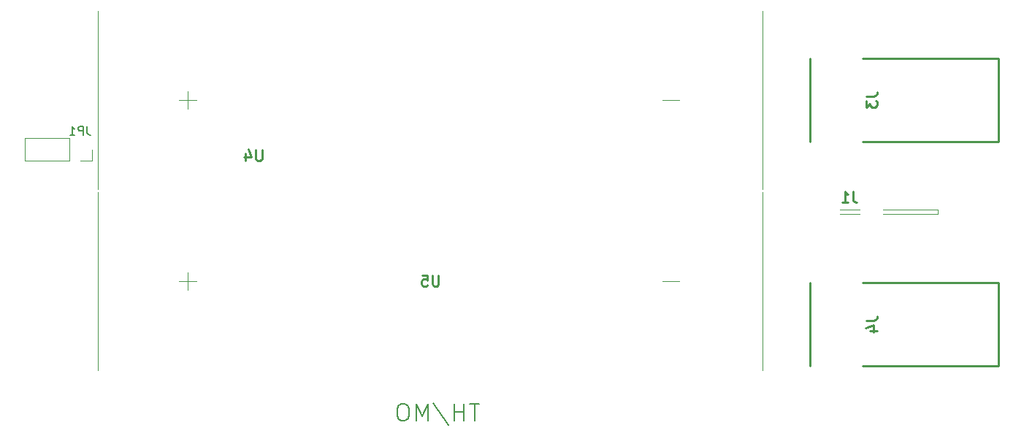
<source format=gbr>
%TF.GenerationSoftware,KiCad,Pcbnew,(6.0.4)*%
%TF.CreationDate,2023-03-24T19:38:28+01:00*%
%TF.ProjectId,test,74657374-2e6b-4696-9361-645f70636258,rev?*%
%TF.SameCoordinates,Original*%
%TF.FileFunction,Legend,Bot*%
%TF.FilePolarity,Positive*%
%FSLAX46Y46*%
G04 Gerber Fmt 4.6, Leading zero omitted, Abs format (unit mm)*
G04 Created by KiCad (PCBNEW (6.0.4)) date 2023-03-24 19:38:28*
%MOMM*%
%LPD*%
G01*
G04 APERTURE LIST*
%ADD10C,0.150000*%
%ADD11C,0.254000*%
%ADD12C,0.120000*%
%ADD13C,0.100000*%
%ADD14C,2.000000*%
%ADD15C,1.650000*%
%ADD16C,0.750013*%
%ADD17O,2.000000X1.200000*%
%ADD18O,1.800000X1.200000*%
%ADD19C,3.100000*%
%ADD20C,5.400000*%
%ADD21R,1.700000X1.700000*%
%ADD22O,1.700000X1.700000*%
%ADD23C,2.800000*%
%ADD24C,1.550000*%
%ADD25C,1.980000*%
%ADD26C,5.325000*%
%ADD27C,3.585000*%
%ADD28C,1.950000*%
G04 APERTURE END LIST*
D10*
X53207142Y-47204761D02*
X52064285Y-47204761D01*
X52635714Y-49204761D02*
X52635714Y-47204761D01*
X51397619Y-49204761D02*
X51397619Y-47204761D01*
X51397619Y-48157142D02*
X50254761Y-48157142D01*
X50254761Y-49204761D02*
X50254761Y-47204761D01*
X47873809Y-47109523D02*
X49588095Y-49680952D01*
X47207142Y-49204761D02*
X47207142Y-47204761D01*
X46540476Y-48633333D01*
X45873809Y-47204761D01*
X45873809Y-49204761D01*
X44540476Y-47204761D02*
X44159523Y-47204761D01*
X43969047Y-47300000D01*
X43778571Y-47490476D01*
X43683333Y-47871428D01*
X43683333Y-48538095D01*
X43778571Y-48919047D01*
X43969047Y-49109523D01*
X44159523Y-49204761D01*
X44540476Y-49204761D01*
X44730952Y-49109523D01*
X44921428Y-48919047D01*
X45016666Y-48538095D01*
X45016666Y-47871428D01*
X44921428Y-47490476D01*
X44730952Y-47300000D01*
X44540476Y-47204761D01*
%TO.C,JP1*%
X7733333Y-15077380D02*
X7733333Y-15791666D01*
X7780952Y-15934523D01*
X7876190Y-16029761D01*
X8019047Y-16077380D01*
X8114285Y-16077380D01*
X7257142Y-16077380D02*
X7257142Y-15077380D01*
X6876190Y-15077380D01*
X6780952Y-15125000D01*
X6733333Y-15172619D01*
X6685714Y-15267857D01*
X6685714Y-15410714D01*
X6733333Y-15505952D01*
X6780952Y-15553571D01*
X6876190Y-15601190D01*
X7257142Y-15601190D01*
X5733333Y-16077380D02*
X6304761Y-16077380D01*
X6019047Y-16077380D02*
X6019047Y-15077380D01*
X6114285Y-15220238D01*
X6209523Y-15315476D01*
X6304761Y-15363095D01*
D11*
%TO.C,J3*%
X98004523Y-11576666D02*
X98911666Y-11576666D01*
X99093095Y-11516190D01*
X99214047Y-11395238D01*
X99274523Y-11213809D01*
X99274523Y-11092857D01*
X98004523Y-12060476D02*
X98004523Y-12846666D01*
X98488333Y-12423333D01*
X98488333Y-12604761D01*
X98548809Y-12725714D01*
X98609285Y-12786190D01*
X98730238Y-12846666D01*
X99032619Y-12846666D01*
X99153571Y-12786190D01*
X99214047Y-12725714D01*
X99274523Y-12604761D01*
X99274523Y-12241904D01*
X99214047Y-12120952D01*
X99153571Y-12060476D01*
%TO.C,J4*%
X98004523Y-37576666D02*
X98911666Y-37576666D01*
X99093095Y-37516190D01*
X99214047Y-37395238D01*
X99274523Y-37213809D01*
X99274523Y-37092857D01*
X98427857Y-38725714D02*
X99274523Y-38725714D01*
X97944047Y-38423333D02*
X98851190Y-38120952D01*
X98851190Y-38907142D01*
%TO.C,U5*%
X48467619Y-32304523D02*
X48467619Y-33332619D01*
X48407142Y-33453571D01*
X48346666Y-33514047D01*
X48225714Y-33574523D01*
X47983809Y-33574523D01*
X47862857Y-33514047D01*
X47802380Y-33453571D01*
X47741904Y-33332619D01*
X47741904Y-32304523D01*
X46532380Y-32304523D02*
X47137142Y-32304523D01*
X47197619Y-32909285D01*
X47137142Y-32848809D01*
X47016190Y-32788333D01*
X46713809Y-32788333D01*
X46592857Y-32848809D01*
X46532380Y-32909285D01*
X46471904Y-33030238D01*
X46471904Y-33332619D01*
X46532380Y-33453571D01*
X46592857Y-33514047D01*
X46713809Y-33574523D01*
X47016190Y-33574523D01*
X47137142Y-33514047D01*
X47197619Y-33453571D01*
%TO.C,U4*%
X27987619Y-17779523D02*
X27987619Y-18807619D01*
X27927142Y-18928571D01*
X27866666Y-18989047D01*
X27745714Y-19049523D01*
X27503809Y-19049523D01*
X27382857Y-18989047D01*
X27322380Y-18928571D01*
X27261904Y-18807619D01*
X27261904Y-17779523D01*
X26112857Y-18202857D02*
X26112857Y-19049523D01*
X26415238Y-17719047D02*
X26717619Y-18626190D01*
X25931428Y-18626190D01*
%TO.C,J1*%
X96498333Y-22604523D02*
X96498333Y-23511666D01*
X96558809Y-23693095D01*
X96679761Y-23814047D01*
X96861190Y-23874523D01*
X96982142Y-23874523D01*
X95228333Y-23874523D02*
X95954047Y-23874523D01*
X95591190Y-23874523D02*
X95591190Y-22604523D01*
X95712142Y-22785952D01*
X95833095Y-22906904D01*
X95954047Y-22967380D01*
D12*
%TO.C,JP1*%
X5655000Y-19080000D02*
X515000Y-19080000D01*
X5655000Y-16420000D02*
X515000Y-16420000D01*
X515000Y-19080000D02*
X515000Y-16420000D01*
X6925000Y-19080000D02*
X8255000Y-19080000D01*
X5655000Y-19080000D02*
X5655000Y-16420000D01*
X8255000Y-19080000D02*
X8255000Y-17750000D01*
D11*
%TO.C,J3*%
X113362500Y-7175000D02*
X113362500Y-16825000D01*
X113362500Y-7175000D02*
X97612500Y-7175000D01*
X91562500Y-7175000D02*
X91562500Y-16825000D01*
X113362500Y-16825000D02*
X97612500Y-16825000D01*
%TO.C,J4*%
X113362500Y-42825000D02*
X97612500Y-42825000D01*
X91562500Y-33175000D02*
X91562500Y-42825000D01*
X113362500Y-33175000D02*
X97612500Y-33175000D01*
X113362500Y-33175000D02*
X113362500Y-42825000D01*
D13*
%TO.C,U5*%
X8975000Y-22675000D02*
X8975000Y-43325000D01*
X86025000Y-22675000D02*
X86025000Y-22675000D01*
X86025000Y-43325000D02*
X86025000Y-22675000D01*
X8975000Y-22675000D02*
X8975000Y-22675000D01*
X8975000Y-43325000D02*
X8975000Y-43325000D01*
D12*
X20380000Y-33000000D02*
X18380000Y-33000000D01*
D13*
X8975000Y-43325000D02*
X8975000Y-22675000D01*
X86025000Y-43325000D02*
X86025000Y-43325000D01*
D12*
X19380000Y-32000000D02*
X19380000Y-34000000D01*
D13*
X86025000Y-22675000D02*
X86025000Y-43325000D01*
D12*
X76380000Y-33000000D02*
X74380000Y-33000000D01*
%TO.C,U4*%
X20400000Y-12000000D02*
X18400000Y-12000000D01*
D13*
X8995000Y-1675000D02*
X8995000Y-1675000D01*
X86045000Y-22325000D02*
X86045000Y-1675000D01*
X86045000Y-1675000D02*
X86045000Y-1675000D01*
X86045000Y-22325000D02*
X86045000Y-22325000D01*
X8995000Y-1675000D02*
X8995000Y-22325000D01*
D12*
X76400000Y-12000000D02*
X74400000Y-12000000D01*
D13*
X8995000Y-22325000D02*
X8995000Y-1675000D01*
X8995000Y-22325000D02*
X8995000Y-22325000D01*
D12*
X19400000Y-11000000D02*
X19400000Y-13000000D01*
D13*
X86045000Y-1675000D02*
X86045000Y-22325000D01*
%TO.C,J1*%
X94957000Y-25255000D02*
X97257000Y-25255000D01*
X94957000Y-24745000D02*
X97257000Y-24745000D01*
X99957000Y-25255000D02*
X106367000Y-25255000D01*
X106367000Y-24745000D02*
X99957000Y-24745000D01*
X106367000Y-25255000D02*
X106367000Y-24745000D01*
%TD*%
%LPC*%
D14*
%TO.C,TP15*%
X62225000Y-33425000D03*
%TD*%
%TO.C,TP1*%
X11400000Y-9000000D03*
%TD*%
D15*
%TO.C,SW3*%
X16990000Y-46125000D03*
X14450000Y-46125000D03*
X11910000Y-46125000D03*
%TD*%
D14*
%TO.C,TP2*%
X38330000Y-3880000D03*
%TD*%
D16*
%TO.C,U1*%
X5015621Y-22099060D03*
X5015621Y-27898908D03*
D17*
X5515748Y-20673863D03*
X5515748Y-29324105D03*
D18*
X1315850Y-29324105D03*
X1315850Y-20673863D03*
%TD*%
D14*
%TO.C,TP10*%
X74200000Y-30570000D03*
%TD*%
%TO.C,TP5*%
X80975000Y-13400000D03*
%TD*%
D19*
%TO.C,H4*%
X97000000Y-47000000D03*
D20*
X97000000Y-47000000D03*
%TD*%
D14*
%TO.C,TP7*%
X77575000Y-13400000D03*
%TD*%
%TO.C,TP13*%
X55175000Y-46200000D03*
%TD*%
D19*
%TO.C,H1*%
X3000000Y-3000000D03*
D20*
X3000000Y-3000000D03*
%TD*%
D14*
%TO.C,TP12*%
X58650000Y-46200000D03*
%TD*%
D20*
%TO.C,H2*%
X97000000Y-3000000D03*
D19*
X97000000Y-3000000D03*
%TD*%
D14*
%TO.C,TP6*%
X80970000Y-30560000D03*
%TD*%
%TO.C,TP8*%
X77610000Y-30570000D03*
%TD*%
%TO.C,TP11*%
X74200000Y-25200000D03*
%TD*%
%TO.C,TP17*%
X22650000Y-21450000D03*
%TD*%
%TO.C,TP16*%
X18525000Y-40525000D03*
%TD*%
%TO.C,TP9*%
X76680000Y-3890000D03*
%TD*%
%TO.C,TP3*%
X73300000Y-3850000D03*
%TD*%
D20*
%TO.C,H3*%
X3000000Y-47000000D03*
D19*
X3000000Y-47000000D03*
%TD*%
D14*
%TO.C,TP4*%
X95900000Y-30300000D03*
%TD*%
%TO.C,TP14*%
X69750000Y-36725000D03*
%TD*%
D21*
%TO.C,JP1*%
X6925000Y-17750000D03*
D22*
X4385000Y-17750000D03*
X1845000Y-17750000D03*
%TD*%
D23*
%TO.C,J3*%
X95762500Y-8200000D03*
X95762500Y-15800000D03*
D24*
X87962500Y-12000000D03*
%TD*%
D23*
%TO.C,J4*%
X95762500Y-34200000D03*
X95762500Y-41800000D03*
D24*
X87962500Y-38000000D03*
%TD*%
D25*
%TO.C,U5*%
X11380000Y-33000000D03*
X83600000Y-33000000D03*
D26*
X74780000Y-40870000D03*
D27*
X11380000Y-40870000D03*
D26*
X19580000Y-25130000D03*
%TD*%
D25*
%TO.C,U4*%
X11400000Y-12000000D03*
X83620000Y-12000000D03*
D26*
X74800000Y-19870000D03*
D27*
X11400000Y-19870000D03*
D26*
X19600000Y-4130000D03*
%TD*%
D28*
%TO.C,J1*%
X93607000Y-25000000D03*
X98607000Y-25000000D03*
%TD*%
M02*

</source>
